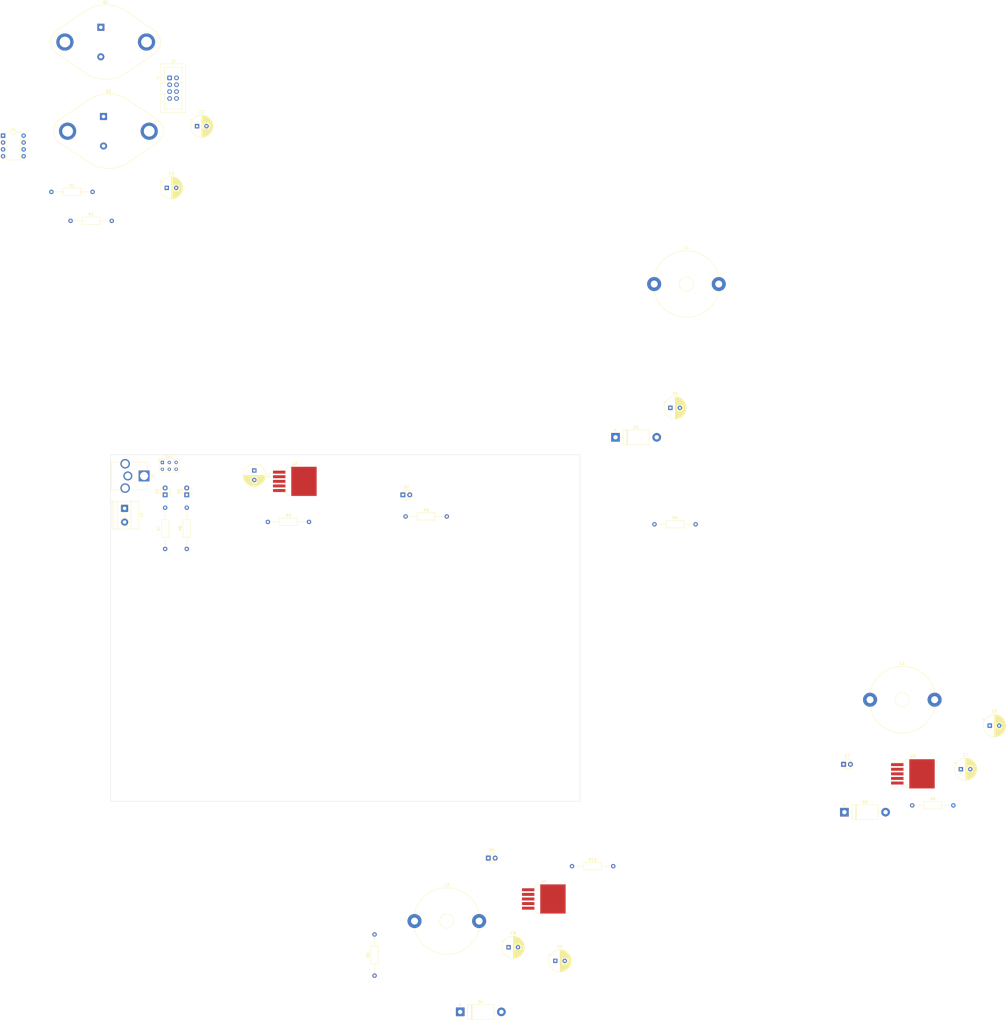
<source format=kicad_pcb>
(kicad_pcb (version 20171130) (host pcbnew "(5.1.9)-1")
  (layers (0 F.Cu signal) (31 B.Cu signal) (34 B.Paste user) (35 F.Paste user) (36 B.SilkS user) (37 F.SilkS user) (38 B.Mask user) (39 F.Mask user) (44 Edge.Cuts user))
  (net 0 "")
  (net 1 -6V)
  (net 2 BatteryPower)
  (net 3 GND1)
  (net 4 +12V)
  (net 5 +5V)
  (net 6 +3V3)
  (net 7 "Net-(D1-Pad1)")
  (net 8 "Net-(D2-Pad1)")
  (net 9 "Net-(D3-Pad1)")
  (net 10 "Net-(D4-Pad1)")
  (net 11 "Net-(D5-Pad1)")
  (net 12 /PowerOff)
  (net 13 "Net-(D6-Pad1)")
  (net 14 "Net-(D7-Pad1)")
  (net 15 "Net-(D8-Pad1)")
  (net 16 "Net-(J1-Pad1)")
  (net 17 3V3_Reg_Off)
  (net 18 5V_Reg_Off)
  (net 19 "Net-(Q1-Pad1)")
  (net 20 "Net-(R1-Pad2)")
  (net 21 "Net-(U1-Pad8)")
  (module Capacitor_THT:CP_Radial_D8.0mm_P3.50mm (layer F.Cu) (at 199.1 198.4)
    (fp_text reference C8 (at 1.75 -5.25) (layer F.SilkS))
    (fp_text value 1mF)
    (pad 2 thru_hole circle (at 3.5 0) (size 1.6 1.6) (drill 0.8) (layers *.Cu *.Mask) (net 1 -6V))
    (pad 1 thru_hole rect (at 0 0) (size 1.6 1.6) (drill 0.8) (layers *.Cu *.Mask) (net 6 +3V3))
  )
  (module Capacitor_THT:CP_Radial_D8.0mm_P3.50mm (layer F.Cu) (at 366.5 132.5)
    (fp_text reference C7 (at 1.75 -5.25) (layer F.SilkS))
    (fp_text value 1mF)
    (pad 2 thru_hole circle (at 3.5 0) (size 1.6 1.6) (drill 0.8) (layers *.Cu *.Mask) (net 1 -6V))
    (pad 1 thru_hole rect (at 0 0) (size 1.6 1.6) (drill 0.8) (layers *.Cu *.Mask) (net 5 +5V))
  )
  (module Capacitor_THT:CP_Radial_D8.0mm_P3.50mm (layer F.Cu) (at 259 -1.2)
    (fp_text reference C6 (at 1.75 -5.25) (layer F.SilkS))
    (fp_text value 1mF)
    (pad 2 thru_hole circle (at 3.5 0) (size 1.6 1.6) (drill 0.8) (layers *.Cu *.Mask) (net 1 -6V))
    (pad 1 thru_hole rect (at 0 0) (size 1.6 1.6) (drill 0.8) (layers *.Cu *.Mask) (net 4 +12V))
  )
  (module Capacitor_THT:CP_Radial_D8.0mm_P3.50mm (layer F.Cu) (at 377.2 116.4)
    (fp_text reference C5 (at 1.75 -5.25) (layer F.SilkS))
    (fp_text value 100uF)
    (pad 2 thru_hole circle (at 3.5 0) (size 1.6 1.6) (drill 0.8) (layers *.Cu *.Mask) (net 1 -6V))
    (pad 1 thru_hole rect (at 0 0) (size 1.6 1.6) (drill 0.8) (layers *.Cu *.Mask) (net 4 +12V))
  )
  (module Capacitor_THT:CP_Radial_D8.0mm_P3.50mm (layer F.Cu) (at 216.4 203.4)
    (fp_text reference C4 (at 1.75 -5.25) (layer F.SilkS))
    (fp_text value 100uF)
    (pad 2 thru_hole circle (at 3.5 0) (size 1.6 1.6) (drill 0.8) (layers *.Cu *.Mask) (net 1 -6V))
    (pad 1 thru_hole rect (at 0 0) (size 1.6 1.6) (drill 0.8) (layers *.Cu *.Mask) (net 4 +12V))
  )
  (module Capacitor_THT:CP_Radial_D8.0mm_P3.50mm (layer F.Cu) (at 72.6 -82.6)
    (fp_text reference C3 (at 1.75 -5.25) (layer F.SilkS))
    (fp_text value 100uF)
    (pad 2 thru_hole circle (at 3.5 0) (size 1.6 1.6) (drill 0.8) (layers *.Cu *.Mask) (net 1 -6V))
    (pad 1 thru_hole rect (at 0 0) (size 1.6 1.6) (drill 0.8) (layers *.Cu *.Mask) (net 3 GND1))
  )
  (module Capacitor_THT:CP_Radial_D8.0mm_P3.50mm (layer F.Cu) (at 83.8 -105.4)
    (fp_text reference C2 (at 1.75 -5.25) (layer F.SilkS))
    (fp_text value 100uF)
    (pad 2 thru_hole circle (at 3.5 0) (size 1.6 1.6) (drill 0.8) (layers *.Cu *.Mask) (net 3 GND1))
    (pad 1 thru_hole rect (at 0 0) (size 1.6 1.6) (drill 0.8) (layers *.Cu *.Mask) (net 4 +12V))
  )
  (module Capacitor_THT:CP_Radial_D8.0mm_P3.50mm (layer F.Cu) (at 105 22 270)
    (fp_text reference C1 (at 1.75 -5.25 90) (layer F.SilkS))
    (fp_text value 100uF)
    (pad 2 thru_hole circle (at 3.5 0 270) (size 1.6 1.6) (drill 0.8) (layers *.Cu *.Mask) (net 1 -6V))
    (pad 1 thru_hole rect (at 0 0 270) (size 1.6 1.6) (drill 0.8) (layers *.Cu *.Mask) (net 2 BatteryPower))
  )
  (module Connector_IDC:IDC-Header_2x04_P2.54mm_Vertical (layer F.Cu) (at 73.66 -123.28)
    (fp_text reference J3 (at 1.27 -6.1) (layer F.SilkS))
    (fp_text value Conn_02x04_Odd_Even)
    (pad 8 thru_hole circle (at 2.54 7.62) (size 1.7 1.7) (drill 1) (layers *.Cu *.Mask) (net 6 +3V3))
    (pad 6 thru_hole circle (at 2.54 5.08) (size 1.7 1.7) (drill 1) (layers *.Cu *.Mask) (net 5 +5V))
    (pad 4 thru_hole circle (at 2.54 2.54) (size 1.7 1.7) (drill 1) (layers *.Cu *.Mask) (net 1 -6V))
    (pad 2 thru_hole circle (at 2.54 0) (size 1.7 1.7) (drill 1) (layers *.Cu *.Mask) (net 3 GND1))
    (pad 7 thru_hole circle (at 0 7.62) (size 1.7 1.7) (drill 1) (layers *.Cu *.Mask) (net 17 3V3_Reg_Off))
    (pad 5 thru_hole circle (at 0 5.08) (size 1.7 1.7) (drill 1) (layers *.Cu *.Mask) (net 18 5V_Reg_Off))
    (pad 3 thru_hole circle (at 0 2.54) (size 1.7 1.7) (drill 1) (layers *.Cu *.Mask) (net 2 BatteryPower))
    (pad 1 thru_hole roundrect (at 0 0) (size 1.7 1.7) (drill 1) (layers *.Cu *.Mask) (roundrect_rratio 0.147059) (net 4 +12V))
  )
  (module Package_TO_SOT_SMD:TO-263-5_TabPin3 (layer F.Cu) (at 212.15 180.525)
    (fp_text reference U4 (at 0 -6.65) (layer F.SilkS))
    (fp_text value LM2576HVS-3.3)
    (pad 3 smd rect (at 3.375 0) (size 9.4 10.8) (layers F.Cu F.Mask) (net 1 -6V))
    (pad 5 smd rect (at -5.775 3.4) (size 4.6 1.1) (layers F.Cu F.Paste F.Mask) (net 17 3V3_Reg_Off))
    (pad 4 smd rect (at -5.775 1.7) (size 4.6 1.1) (layers F.Cu F.Paste F.Mask) (net 6 +3V3))
    (pad 3 smd rect (at -5.775 0) (size 4.6 1.1) (layers F.Cu F.Paste F.Mask) (net 1 -6V))
    (pad 2 smd rect (at -5.775 -1.7) (size 4.6 1.1) (layers F.Cu F.Paste F.Mask) (net 10 "Net-(D4-Pad1)"))
    (pad 1 smd rect (at -5.775 -3.4) (size 4.6 1.1) (layers F.Cu F.Paste F.Mask) (net 4 +12V))
  )
  (module Package_TO_SOT_SMD:TO-263-5_TabPin3 (layer F.Cu) (at 348.75 134.225)
    (fp_text reference U3 (at 0 -6.65) (layer F.SilkS))
    (fp_text value LM2576HVS-5)
    (pad 3 smd rect (at 3.375 0) (size 9.4 10.8) (layers F.Cu F.Mask) (net 1 -6V))
    (pad 5 smd rect (at -5.775 3.4) (size 4.6 1.1) (layers F.Cu F.Paste F.Mask) (net 18 5V_Reg_Off))
    (pad 4 smd rect (at -5.775 1.7) (size 4.6 1.1) (layers F.Cu F.Paste F.Mask) (net 5 +5V))
    (pad 3 smd rect (at -5.775 0) (size 4.6 1.1) (layers F.Cu F.Paste F.Mask) (net 1 -6V))
    (pad 2 smd rect (at -5.775 -1.7) (size 4.6 1.1) (layers F.Cu F.Paste F.Mask) (net 9 "Net-(D3-Pad1)"))
    (pad 1 smd rect (at -5.775 -3.4) (size 4.6 1.1) (layers F.Cu F.Paste F.Mask) (net 4 +12V))
  )
  (module Package_TO_SOT_SMD:TO-263-5_TabPin3 (layer F.Cu) (at 120 26)
    (fp_text reference U2 (at 0 -6.65) (layer F.SilkS))
    (fp_text value LM2576HVS-12)
    (pad 3 smd rect (at 3.375 0) (size 9.4 10.8) (layers F.Cu F.Mask) (net 1 -6V))
    (pad 5 smd rect (at -5.775 3.4) (size 4.6 1.1) (layers F.Cu F.Paste F.Mask) (net 18 5V_Reg_Off))
    (pad 4 smd rect (at -5.775 1.7) (size 4.6 1.1) (layers F.Cu F.Paste F.Mask) (net 4 +12V))
    (pad 3 smd rect (at -5.775 0) (size 4.6 1.1) (layers F.Cu F.Paste F.Mask) (net 1 -6V))
    (pad 2 smd rect (at -5.775 -1.7) (size 4.6 1.1) (layers F.Cu F.Paste F.Mask) (net 7 "Net-(D1-Pad1)"))
    (pad 1 smd rect (at -5.775 -3.4) (size 4.6 1.1) (layers F.Cu F.Paste F.Mask) (net 2 BatteryPower))
  )
  (module Package_DIP:DIP-8_W7.62mm (layer F.Cu) (at 12 -101.9)
    (fp_text reference U1 (at 3.81 -2.33) (layer F.SilkS))
    (fp_text value LM741)
    (pad 8 thru_hole oval (at 7.62 0) (size 1.6 1.6) (drill 0.8) (layers *.Cu *.Mask) (net 21 "Net-(U1-Pad8)"))
    (pad 4 thru_hole oval (at 0 7.62) (size 1.6 1.6) (drill 0.8) (layers *.Cu *.Mask) (net 1 -6V))
    (pad 7 thru_hole oval (at 7.62 2.54) (size 1.6 1.6) (drill 0.8) (layers *.Cu *.Mask) (net 4 +12V))
    (pad 3 thru_hole oval (at 0 5.08) (size 1.6 1.6) (drill 0.8) (layers *.Cu *.Mask) (net 20 "Net-(R1-Pad2)"))
    (pad 6 thru_hole oval (at 7.62 5.08) (size 1.6 1.6) (drill 0.8) (layers *.Cu *.Mask) (net 19 "Net-(Q1-Pad1)"))
    (pad 2 thru_hole oval (at 0 2.54) (size 1.6 1.6) (drill 0.8) (layers *.Cu *.Mask) (net 3 GND1))
    (pad 5 thru_hole oval (at 7.62 7.62) (size 1.6 1.6) (drill 0.8) (layers *.Cu *.Mask) (net 1 -6V))
    (pad 1 thru_hole rect (at 0 0) (size 1.6 1.6) (drill 0.8) (layers *.Cu *.Mask) (net 1 -6V))
  )
  (module Button_Switch_THT:SW_NKK_GW12LJP (layer F.Cu) (at 71 19)
    (fp_text reference SW1 (at 2.54 -1.98) (layer F.SilkS))
    (fp_text value SW_SPDT)
    (pad 6 thru_hole circle (at 5.08 2.54) (size 1.2 1.2) (drill 0.6) (layers *.Cu *.Mask))
    (pad 3 thru_hole circle (at 5.08 0) (size 1.2 1.2) (drill 0.6) (layers *.Cu *.Mask) (net 12 /PowerOff))
    (pad 5 thru_hole circle (at 2.54 2.54) (size 1.2 1.2) (drill 0.6) (layers *.Cu *.Mask))
    (pad 2 thru_hole circle (at 2.54 0) (size 1.2 1.2) (drill 0.6) (layers *.Cu *.Mask) (net 16 "Net-(J1-Pad1)"))
    (pad 4 thru_hole circle (at 0 2.54) (size 1.2 1.2) (drill 0.6) (layers *.Cu *.Mask))
    (pad 1 thru_hole rect (at 0 0) (size 1.2 1.2) (drill 0.6) (layers *.Cu *.Mask) (net 2 BatteryPower))
  )
  (module Resistor_THT:R_Axial_DIN0207_L6.3mm_D2.5mm_P15.24mm_Horizontal (layer F.Cu) (at 222.6 168.4)
    (fp_text reference R10 (at 7.62 -2.37) (layer F.SilkS))
    (fp_text value 100)
    (pad 2 thru_hole oval (at 15.24 0) (size 1.6 1.6) (drill 0.8) (layers *.Cu *.Mask) (net 1 -6V))
    (pad 1 thru_hole circle (at 0 0) (size 1.6 1.6) (drill 0.8) (layers *.Cu *.Mask) (net 15 "Net-(D8-Pad1)"))
  )
  (module Resistor_THT:R_Axial_DIN0207_L6.3mm_D2.5mm_P15.24mm_Horizontal (layer F.Cu) (at 348.5 145.9)
    (fp_text reference R9 (at 7.62 -2.37) (layer F.SilkS))
    (fp_text value 200)
    (pad 2 thru_hole oval (at 15.24 0) (size 1.6 1.6) (drill 0.8) (layers *.Cu *.Mask) (net 1 -6V))
    (pad 1 thru_hole circle (at 0 0) (size 1.6 1.6) (drill 0.8) (layers *.Cu *.Mask) (net 14 "Net-(D7-Pad1)"))
  )
  (module Resistor_THT:R_Axial_DIN0207_L6.3mm_D2.5mm_P15.24mm_Horizontal (layer F.Cu) (at 80 51 90)
    (fp_text reference R8 (at 7.62 -2.37 90) (layer F.SilkS))
    (fp_text value 1k5)
    (pad 2 thru_hole oval (at 15.24 0 90) (size 1.6 1.6) (drill 0.8) (layers *.Cu *.Mask) (net 13 "Net-(D6-Pad1)"))
    (pad 1 thru_hole circle (at 0 0 90) (size 1.6 1.6) (drill 0.8) (layers *.Cu *.Mask) (net 1 -6V))
  )
  (module Resistor_THT:R_Axial_DIN0207_L6.3mm_D2.5mm_P15.24mm_Horizontal (layer F.Cu) (at 72 51 90)
    (fp_text reference R7 (at 7.62 -2.37 90) (layer F.SilkS))
    (fp_text value 1k)
    (pad 2 thru_hole oval (at 15.24 0 90) (size 1.6 1.6) (drill 0.8) (layers *.Cu *.Mask) (net 11 "Net-(D5-Pad1)"))
    (pad 1 thru_hole circle (at 0 0 90) (size 1.6 1.6) (drill 0.8) (layers *.Cu *.Mask) (net 1 -6V))
  )
  (module Resistor_THT:R_Axial_DIN0207_L6.3mm_D2.5mm_P15.24mm_Horizontal (layer F.Cu) (at 161 39)
    (fp_text reference R6 (at 7.62 -2.37) (layer F.SilkS))
    (fp_text value 200)
    (pad 2 thru_hole oval (at 15.24 0) (size 1.6 1.6) (drill 0.8) (layers *.Cu *.Mask) (net 1 -6V))
    (pad 1 thru_hole circle (at 0 0) (size 1.6 1.6) (drill 0.8) (layers *.Cu *.Mask) (net 8 "Net-(D2-Pad1)"))
  )
  (module Resistor_THT:R_Axial_DIN0207_L6.3mm_D2.5mm_P15.24mm_Horizontal (layer F.Cu) (at 149.5 208.9 90)
    (fp_text reference R5 (at 7.62 -2.37 90) (layer F.SilkS))
    (fp_text value 200k)
    (pad 2 thru_hole oval (at 15.24 0 90) (size 1.6 1.6) (drill 0.8) (layers *.Cu *.Mask) (net 1 -6V))
    (pad 1 thru_hole circle (at 0 0 90) (size 1.6 1.6) (drill 0.8) (layers *.Cu *.Mask) (net 17 3V3_Reg_Off))
  )
  (module Resistor_THT:R_Axial_DIN0207_L6.3mm_D2.5mm_P15.24mm_Horizontal (layer F.Cu) (at 253.1 41.9)
    (fp_text reference R4 (at 7.62 -2.37) (layer F.SilkS))
    (fp_text value 200k)
    (pad 2 thru_hole oval (at 15.24 0) (size 1.6 1.6) (drill 0.8) (layers *.Cu *.Mask) (net 1 -6V))
    (pad 1 thru_hole circle (at 0 0) (size 1.6 1.6) (drill 0.8) (layers *.Cu *.Mask) (net 18 5V_Reg_Off))
  )
  (module Resistor_THT:R_Axial_DIN0207_L6.3mm_D2.5mm_P15.24mm_Horizontal (layer F.Cu) (at 110 41)
    (fp_text reference R3 (at 7.62 -2.37) (layer F.SilkS))
    (fp_text value 200k)
    (pad 2 thru_hole oval (at 15.24 0) (size 1.6 1.6) (drill 0.8) (layers *.Cu *.Mask) (net 1 -6V))
    (pad 1 thru_hole circle (at 0 0) (size 1.6 1.6) (drill 0.8) (layers *.Cu *.Mask) (net 18 5V_Reg_Off))
  )
  (module Resistor_THT:R_Axial_DIN0207_L6.3mm_D2.5mm_P15.24mm_Horizontal (layer F.Cu) (at 29.9 -81.1)
    (fp_text reference R2 (at 7.62 -2.37) (layer F.SilkS))
    (fp_text value 10k)
    (pad 2 thru_hole oval (at 15.24 0) (size 1.6 1.6) (drill 0.8) (layers *.Cu *.Mask) (net 1 -6V))
    (pad 1 thru_hole circle (at 0 0) (size 1.6 1.6) (drill 0.8) (layers *.Cu *.Mask) (net 20 "Net-(R1-Pad2)"))
  )
  (module Resistor_THT:R_Axial_DIN0207_L6.3mm_D2.5mm_P15.24mm_Horizontal (layer F.Cu) (at 37 -70.4)
    (fp_text reference R1 (at 7.62 -2.37) (layer F.SilkS))
    (fp_text value 10k)
    (pad 2 thru_hole oval (at 15.24 0) (size 1.6 1.6) (drill 0.8) (layers *.Cu *.Mask) (net 20 "Net-(R1-Pad2)"))
    (pad 1 thru_hole circle (at 0 0) (size 1.6 1.6) (drill 0.8) (layers *.Cu *.Mask) (net 4 +12V))
  )
  (module Package_TO_SOT_THT:TO-3 (layer F.Cu) (at 49.2 -109)
    (fp_text reference Q2 (at 1.8 -9.25) (layer F.SilkS))
    (fp_text value MJ2955)
    (pad 3 thru_hole circle (at 16.9 5.45) (size 6.35 6.35) (drill 4) (layers *.Cu *.Mask) (net 3 GND1))
    (pad 3 thru_hole circle (at -13.3 5.45) (size 6.35 6.35) (drill 4) (layers *.Cu *.Mask) (net 3 GND1))
    (pad 2 thru_hole circle (at 0 10.92) (size 2.6 2.6) (drill 1.3) (layers *.Cu *.Mask) (net 1 -6V))
    (pad 1 thru_hole rect (at 0 0) (size 2.6 2.6) (drill 1.3) (layers *.Cu *.Mask) (net 19 "Net-(Q1-Pad1)"))
  )
  (module Package_TO_SOT_THT:TO-3 (layer F.Cu) (at 48.2 -142)
    (fp_text reference Q1 (at 1.8 -9.25) (layer F.SilkS))
    (fp_text value 2N3055)
    (pad 3 thru_hole circle (at 16.9 5.45) (size 6.35 6.35) (drill 4) (layers *.Cu *.Mask) (net 4 +12V))
    (pad 3 thru_hole circle (at -13.3 5.45) (size 6.35 6.35) (drill 4) (layers *.Cu *.Mask) (net 4 +12V))
    (pad 2 thru_hole circle (at 0 10.92) (size 2.6 2.6) (drill 1.3) (layers *.Cu *.Mask) (net 3 GND1))
    (pad 1 thru_hole rect (at 0 0) (size 2.6 2.6) (drill 1.3) (layers *.Cu *.Mask) (net 19 "Net-(Q1-Pad1)"))
  )
  (module Inductor_THT:L_Radial_D24.4mm_P23.90mm_muRATA_1400series (layer F.Cu) (at 164.3 188.7)
    (fp_text reference L3 (at 11.95 -13.45) (layer F.SilkS))
    (fp_text value 100uH)
    (pad 2 thru_hole circle (at 23.9 0) (size 5.2 5.2) (drill 2.6) (layers *.Cu *.Mask) (net 6 +3V3))
    (pad 1 thru_hole circle (at 0 0) (size 5.2 5.2) (drill 2.6) (layers *.Cu *.Mask) (net 10 "Net-(D4-Pad1)"))
  )
  (module Inductor_THT:L_Radial_D24.4mm_P23.90mm_muRATA_1400series (layer F.Cu) (at 332.9 106.8)
    (fp_text reference L2 (at 11.95 -13.45) (layer F.SilkS))
    (fp_text value 100uH)
    (pad 2 thru_hole circle (at 23.9 0) (size 5.2 5.2) (drill 2.6) (layers *.Cu *.Mask) (net 5 +5V))
    (pad 1 thru_hole circle (at 0 0) (size 5.2 5.2) (drill 2.6) (layers *.Cu *.Mask) (net 9 "Net-(D3-Pad1)"))
  )
  (module Inductor_THT:L_Radial_D24.4mm_P23.90mm_muRATA_1400series (layer F.Cu) (at 253 -47)
    (fp_text reference L1 (at 11.95 -13.45) (layer F.SilkS))
    (fp_text value 100uH)
    (pad 2 thru_hole circle (at 23.9 0) (size 5.2 5.2) (drill 2.6) (layers *.Cu *.Mask) (net 4 +12V))
    (pad 1 thru_hole circle (at 0 0) (size 5.2 5.2) (drill 2.6) (layers *.Cu *.Mask) (net 7 "Net-(D1-Pad1)"))
  )
  (module TerminalBlock_Phoenix:TerminalBlock_Phoenix_MKDS-1,5-2-5.08_1x02_P5.08mm_Horizontal (layer F.Cu) (at 57 36 270)
    (fp_text reference J2 (at 2.54 -6.26 90) (layer F.SilkS))
    (fp_text value Screw_Terminal_01x02)
    (pad 2 thru_hole circle (at 5.08 0 270) (size 2.6 2.6) (drill 1.3) (layers *.Cu *.Mask) (net 1 -6V))
    (pad 1 thru_hole rect (at 0 0 270) (size 2.6 2.6) (drill 1.3) (layers *.Cu *.Mask) (net 16 "Net-(J1-Pad1)"))
  )
  (module Connector_BarrelJack:BarrelJack_CUI_PJ-063AH_Horizontal_CircularHoles (layer F.Cu) (at 64.2 24 270)
    (fp_text reference J1 (at 0 -3.3 90) (layer F.SilkS))
    (fp_text value Barrel_Jack)
    (pad "" np_thru_hole circle (at 0 9 270) (size 1.6 1.6) (drill 1.6) (layers *.Cu *.Mask))
    (pad MP thru_hole circle (at 4.5 7 270) (size 3.5 3.5) (drill 2.5) (layers *.Cu *.Mask))
    (pad MP thru_hole circle (at -4.5 7 270) (size 3.5 3.5) (drill 2.5) (layers *.Cu *.Mask))
    (pad 2 thru_hole circle (at 0 6 270) (size 3.3 3.3) (drill 2.3) (layers *.Cu *.Mask) (net 1 -6V))
    (pad 1 thru_hole rect (at 0 0 270) (size 4 4) (drill 3) (layers *.Cu *.Mask) (net 16 "Net-(J1-Pad1)"))
  )
  (module LED_THT:LED_D3.0mm (layer F.Cu) (at 191.6 165.4)
    (fp_text reference D8 (at 1.27 -2.96) (layer F.SilkS))
    (fp_text value LED)
    (pad 2 thru_hole circle (at 2.54 0) (size 1.8 1.8) (drill 0.9) (layers *.Cu *.Mask) (net 6 +3V3))
    (pad 1 thru_hole rect (at 0 0) (size 1.8 1.8) (drill 0.9) (layers *.Cu *.Mask) (net 15 "Net-(D8-Pad1)"))
  )
  (module LED_THT:LED_D3.0mm (layer F.Cu) (at 323.1 130.7)
    (fp_text reference D7 (at 1.27 -2.96) (layer F.SilkS))
    (fp_text value LED)
    (pad 2 thru_hole circle (at 2.54 0) (size 1.8 1.8) (drill 0.9) (layers *.Cu *.Mask) (net 5 +5V))
    (pad 1 thru_hole rect (at 0 0) (size 1.8 1.8) (drill 0.9) (layers *.Cu *.Mask) (net 14 "Net-(D7-Pad1)"))
  )
  (module LED_THT:LED_D3.0mm (layer F.Cu) (at 80 31 90)
    (fp_text reference D6 (at 1.27 -2.96 90) (layer F.SilkS))
    (fp_text value LED)
    (pad 2 thru_hole circle (at 2.54 0 90) (size 1.8 1.8) (drill 0.9) (layers *.Cu *.Mask) (net 12 /PowerOff))
    (pad 1 thru_hole rect (at 0 0 90) (size 1.8 1.8) (drill 0.9) (layers *.Cu *.Mask) (net 13 "Net-(D6-Pad1)"))
  )
  (module LED_THT:LED_D3.0mm (layer F.Cu) (at 72 31 90)
    (fp_text reference D5 (at 1.27 -2.96 90) (layer F.SilkS))
    (fp_text value LED)
    (pad 2 thru_hole circle (at 2.54 0 90) (size 1.8 1.8) (drill 0.9) (layers *.Cu *.Mask) (net 4 +12V))
    (pad 1 thru_hole rect (at 0 0 90) (size 1.8 1.8) (drill 0.9) (layers *.Cu *.Mask) (net 11 "Net-(D5-Pad1)"))
  )
  (module Diode_THT:D_DO-201AD_P15.24mm_Horizontal (layer F.Cu) (at 181.2 222.3)
    (fp_text reference D4 (at 7.62 -3.72) (layer F.SilkS))
    (fp_text value 1N5822)
    (fp_text user K (at 0 -2.6) (layer F.SilkS))
    (pad 2 thru_hole oval (at 15.24 0) (size 3.2 3.2) (drill 1.6) (layers *.Cu *.Mask) (net 1 -6V))
    (pad 1 thru_hole rect (at 0 0) (size 3.2 3.2) (drill 1.6) (layers *.Cu *.Mask) (net 10 "Net-(D4-Pad1)"))
  )
  (module Diode_THT:D_DO-201AD_P15.24mm_Horizontal (layer F.Cu) (at 323.4 148.4)
    (fp_text reference D3 (at 7.62 -3.72) (layer F.SilkS))
    (fp_text value 1N5822)
    (fp_text user K (at 0 -2.6) (layer F.SilkS))
    (pad 2 thru_hole oval (at 15.24 0) (size 3.2 3.2) (drill 1.6) (layers *.Cu *.Mask) (net 1 -6V))
    (pad 1 thru_hole rect (at 0 0) (size 3.2 3.2) (drill 1.6) (layers *.Cu *.Mask) (net 9 "Net-(D3-Pad1)"))
  )
  (module LED_THT:LED_D3.0mm (layer F.Cu) (at 160 31)
    (fp_text reference D2 (at 1.27 -2.96) (layer F.SilkS))
    (fp_text value LED)
    (pad 2 thru_hole circle (at 2.54 0) (size 1.8 1.8) (drill 0.9) (layers *.Cu *.Mask) (net 4 +12V))
    (pad 1 thru_hole rect (at 0 0) (size 1.8 1.8) (drill 0.9) (layers *.Cu *.Mask) (net 8 "Net-(D2-Pad1)"))
  )
  (module Diode_THT:D_DO-201AD_P15.24mm_Horizontal (layer F.Cu) (at 238.7 9.7)
    (fp_text reference D1 (at 7.62 -3.72) (layer F.SilkS))
    (fp_text value 1N5822)
    (fp_text user K (at 0 -2.6) (layer F.SilkS))
    (pad 2 thru_hole oval (at 15.24 0) (size 3.2 3.2) (drill 1.6) (layers *.Cu *.Mask) (net 1 -6V))
    (pad 1 thru_hole rect (at 0 0) (size 3.2 3.2) (drill 1.6) (layers *.Cu *.Mask) (net 7 "Net-(D1-Pad1)"))
  )
  (gr_line (start 225.5 16.2) (end 225.5 144.4) (layer Edge.Cuts) (width 0.1))
  (gr_line (start 51.8 16.2) (end 225.5 16.2) (layer Edge.Cuts) (width 0.1))
  (gr_line (start 51.8 144.4) (end 51.8 16.2) (layer Edge.Cuts) (width 0.1))
  (gr_line (start 225.5 144.4) (end 51.8 144.4) (layer Edge.Cuts) (width 0.1))
)
</source>
